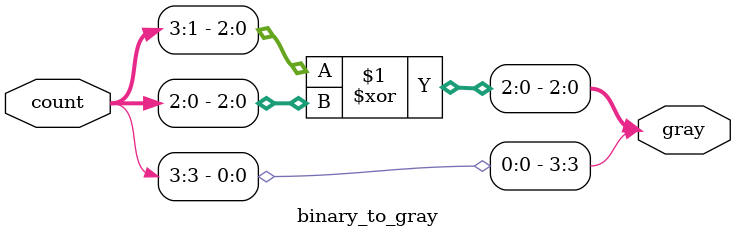
<source format=v>
`timescale 1ns / 1ps


module binary_to_gray#(parameter n=4)(input [n-1:0]count, output [n-1:0]gray);

          assign  gray = {count[n-1],(count[n-1:1]^count[n-2:0])};
endmodule

</source>
